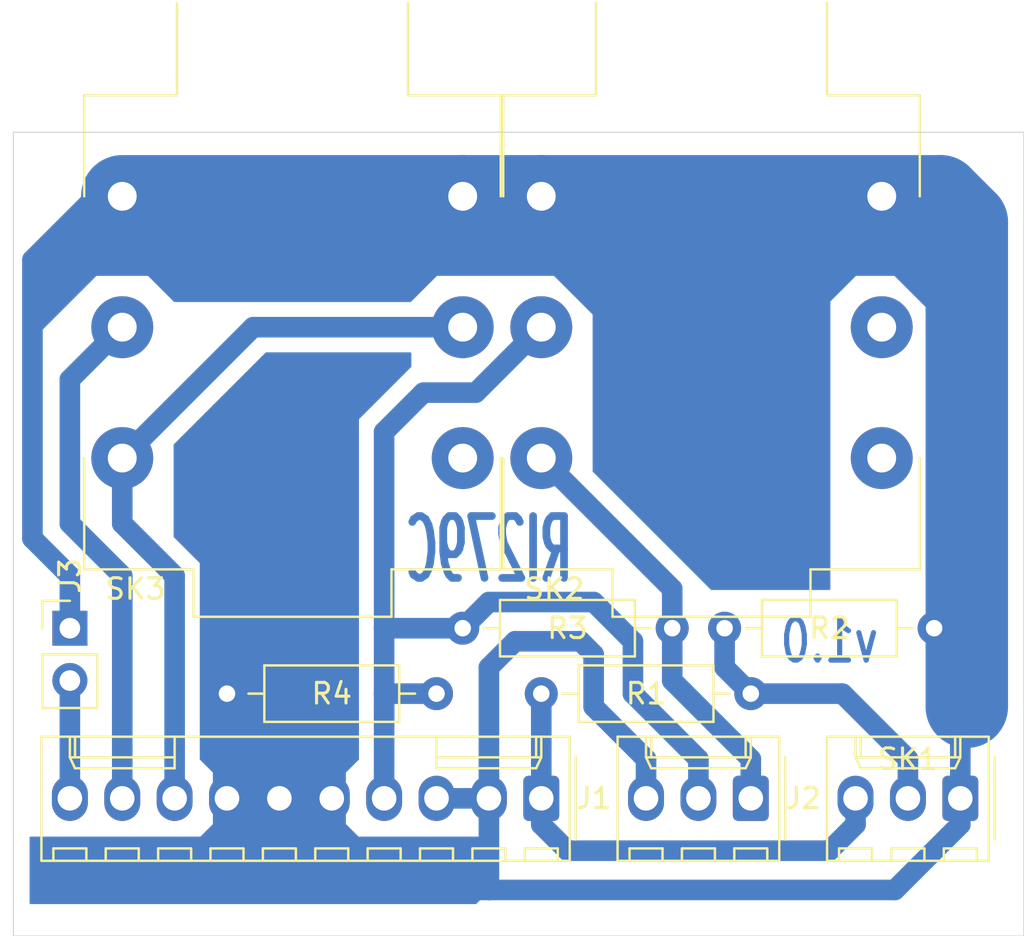
<source format=kicad_pcb>
(kicad_pcb (version 20171130) (host pcbnew 5.1.7-a382d34a8~87~ubuntu16.04.1)

  (general
    (thickness 1.6)
    (drawings 25)
    (tracks 69)
    (zones 0)
    (modules 10)
    (nets 12)
  )

  (page A4)
  (layers
    (0 F.Cu signal)
    (31 B.Cu signal)
    (32 B.Adhes user)
    (33 F.Adhes user)
    (34 B.Paste user)
    (35 F.Paste user)
    (36 B.SilkS user)
    (37 F.SilkS user)
    (38 B.Mask user)
    (39 F.Mask user)
    (40 Dwgs.User user)
    (41 Cmts.User user)
    (42 Eco1.User user)
    (43 Eco2.User user)
    (44 Edge.Cuts user)
    (45 Margin user)
    (46 B.CrtYd user)
    (47 F.CrtYd user)
    (48 B.Fab user)
    (49 F.Fab user)
  )

  (setup
    (last_trace_width 0.25)
    (user_trace_width 1)
    (user_trace_width 4)
    (trace_clearance 0.2)
    (zone_clearance 0.508)
    (zone_45_only no)
    (trace_min 0.2)
    (via_size 0.8)
    (via_drill 0.4)
    (via_min_size 0.4)
    (via_min_drill 0.3)
    (uvia_size 0.3)
    (uvia_drill 0.1)
    (uvias_allowed no)
    (uvia_min_size 0.2)
    (uvia_min_drill 0.1)
    (edge_width 0.05)
    (segment_width 0.2)
    (pcb_text_width 0.3)
    (pcb_text_size 1.5 1.5)
    (mod_edge_width 0.12)
    (mod_text_size 1 1)
    (mod_text_width 0.15)
    (pad_size 1.524 1.524)
    (pad_drill 0.762)
    (pad_to_mask_clearance 0)
    (aux_axis_origin 0 0)
    (visible_elements FFFFFF7F)
    (pcbplotparams
      (layerselection 0x01200_7ffffffe)
      (usegerberextensions false)
      (usegerberattributes true)
      (usegerberadvancedattributes true)
      (creategerberjobfile true)
      (excludeedgelayer false)
      (linewidth 0.100000)
      (plotframeref false)
      (viasonmask false)
      (mode 1)
      (useauxorigin false)
      (hpglpennumber 1)
      (hpglpenspeed 20)
      (hpglpendiameter 15.000000)
      (psnegative false)
      (psa4output false)
      (plotreference false)
      (plotvalue false)
      (plotinvisibletext false)
      (padsonsilk true)
      (subtractmaskfromsilk false)
      (outputformat 3)
      (mirror false)
      (drillshape 1)
      (scaleselection 1)
      (outputdirectory "/home/user0/Projects/TAC/RI279C/"))
  )

  (net 0 "")
  (net 1 "Net-(J1-Pad1)")
  (net 2 "Net-(J1-Pad4)")
  (net 3 "Net-(J1-Pad8)")
  (net 4 "Net-(J1-Pad9)")
  (net 5 "Net-(J1-Pad10)")
  (net 6 GND)
  (net 7 "Net-(R1-Pad1)")
  (net 8 "Net-(SK2-PadRN)")
  (net 9 "Net-(SK2-PadTN)")
  (net 10 "Net-(SK3-PadTN)")
  (net 11 "Net-(J2-Pad1)")

  (net_class Default "This is the default net class."
    (clearance 0.2)
    (trace_width 0.25)
    (via_dia 0.8)
    (via_drill 0.4)
    (uvia_dia 0.3)
    (uvia_drill 0.1)
    (add_net GND)
    (add_net "Net-(J1-Pad1)")
    (add_net "Net-(J1-Pad10)")
    (add_net "Net-(J1-Pad4)")
    (add_net "Net-(J1-Pad8)")
    (add_net "Net-(J1-Pad9)")
    (add_net "Net-(J2-Pad1)")
    (add_net "Net-(R1-Pad1)")
    (add_net "Net-(SK2-PadRN)")
    (add_net "Net-(SK2-PadTN)")
    (add_net "Net-(SK3-PadTN)")
  )

  (module Connector_Molex:Molex_KK-254_AE-6410-03A_1x03_P2.54mm_Vertical (layer F.Cu) (tedit 5EA53D3B) (tstamp 5F971577)
    (at 121.92 147.32 180)
    (descr "Molex KK-254 Interconnect System, old/engineering part number: AE-6410-03A example for new part number: 22-27-2031, 3 Pins (http://www.molex.com/pdm_docs/sd/022272021_sd.pdf), generated with kicad-footprint-generator")
    (tags "connector Molex KK-254 vertical")
    (path /5F913A77)
    (fp_text reference SK1 (at 2.54 1.905) (layer F.SilkS)
      (effects (font (size 1 1) (thickness 0.15)))
    )
    (fp_text value "Buss Out" (at 2.54 4.08) (layer F.Fab)
      (effects (font (size 1 1) (thickness 0.15)))
    )
    (fp_line (start 6.85 -3.42) (end -1.77 -3.42) (layer F.CrtYd) (width 0.05))
    (fp_line (start 6.85 3.38) (end 6.85 -3.42) (layer F.CrtYd) (width 0.05))
    (fp_line (start -1.77 3.38) (end 6.85 3.38) (layer F.CrtYd) (width 0.05))
    (fp_line (start -1.77 -3.42) (end -1.77 3.38) (layer F.CrtYd) (width 0.05))
    (fp_line (start 5.88 -2.43) (end 5.88 -3.03) (layer F.SilkS) (width 0.12))
    (fp_line (start 4.28 -2.43) (end 5.88 -2.43) (layer F.SilkS) (width 0.12))
    (fp_line (start 4.28 -3.03) (end 4.28 -2.43) (layer F.SilkS) (width 0.12))
    (fp_line (start 3.34 -2.43) (end 3.34 -3.03) (layer F.SilkS) (width 0.12))
    (fp_line (start 1.74 -2.43) (end 3.34 -2.43) (layer F.SilkS) (width 0.12))
    (fp_line (start 1.74 -3.03) (end 1.74 -2.43) (layer F.SilkS) (width 0.12))
    (fp_line (start 0.8 -2.43) (end 0.8 -3.03) (layer F.SilkS) (width 0.12))
    (fp_line (start -0.8 -2.43) (end 0.8 -2.43) (layer F.SilkS) (width 0.12))
    (fp_line (start -0.8 -3.03) (end -0.8 -2.43) (layer F.SilkS) (width 0.12))
    (fp_line (start 4.83 2.99) (end 4.83 1.99) (layer F.SilkS) (width 0.12))
    (fp_line (start 0.25 2.99) (end 0.25 1.99) (layer F.SilkS) (width 0.12))
    (fp_line (start 4.83 1.46) (end 5.08 1.99) (layer F.SilkS) (width 0.12))
    (fp_line (start 0.25 1.46) (end 4.83 1.46) (layer F.SilkS) (width 0.12))
    (fp_line (start 0 1.99) (end 0.25 1.46) (layer F.SilkS) (width 0.12))
    (fp_line (start 5.08 1.99) (end 5.08 2.99) (layer F.SilkS) (width 0.12))
    (fp_line (start 0 1.99) (end 5.08 1.99) (layer F.SilkS) (width 0.12))
    (fp_line (start 0 2.99) (end 0 1.99) (layer F.SilkS) (width 0.12))
    (fp_line (start -0.562893 0) (end -1.27 0.5) (layer F.Fab) (width 0.1))
    (fp_line (start -1.27 -0.5) (end -0.562893 0) (layer F.Fab) (width 0.1))
    (fp_line (start -1.67 -2) (end -1.67 2) (layer F.SilkS) (width 0.12))
    (fp_line (start 6.46 -3.03) (end -1.38 -3.03) (layer F.SilkS) (width 0.12))
    (fp_line (start 6.46 2.99) (end 6.46 -3.03) (layer F.SilkS) (width 0.12))
    (fp_line (start -1.38 2.99) (end 6.46 2.99) (layer F.SilkS) (width 0.12))
    (fp_line (start -1.38 -3.03) (end -1.38 2.99) (layer F.SilkS) (width 0.12))
    (fp_line (start 6.35 -2.92) (end -1.27 -2.92) (layer F.Fab) (width 0.1))
    (fp_line (start 6.35 2.88) (end 6.35 -2.92) (layer F.Fab) (width 0.1))
    (fp_line (start -1.27 2.88) (end 6.35 2.88) (layer F.Fab) (width 0.1))
    (fp_line (start -1.27 -2.92) (end -1.27 2.88) (layer F.Fab) (width 0.1))
    (fp_text user %R (at 2.54 -2.22) (layer F.Fab)
      (effects (font (size 1 1) (thickness 0.15)))
    )
    (pad 3 thru_hole oval (at 5.08 0 180) (size 1.74 2.19) (drill 1.19) (layers *.Cu *.Mask)
      (net 1 "Net-(J1-Pad1)"))
    (pad 2 thru_hole oval (at 2.54 0 180) (size 1.74 2.19) (drill 1.19) (layers *.Cu *.Mask)
      (net 7 "Net-(R1-Pad1)"))
    (pad 1 thru_hole roundrect (at 0 0 180) (size 1.74 2.19) (drill 1.19) (layers *.Cu *.Mask) (roundrect_rratio 0.1436775862068966)
      (net 6 GND))
    (model ${KISYS3DMOD}/Connector_Molex.3dshapes/Molex_KK-254_AE-6410-03A_1x03_P2.54mm_Vertical.wrl
      (at (xyz 0 0 0))
      (scale (xyz 1 1 1))
      (rotate (xyz 0 0 0))
    )
  )

  (module Resistor_THT:R_Axial_DIN0207_L6.3mm_D2.5mm_P10.16mm_Horizontal (layer F.Cu) (tedit 5AE5139B) (tstamp 5F971509)
    (at 120.65 139.065 180)
    (descr "Resistor, Axial_DIN0207 series, Axial, Horizontal, pin pitch=10.16mm, 0.25W = 1/4W, length*diameter=6.3*2.5mm^2, http://cdn-reichelt.de/documents/datenblatt/B400/1_4W%23YAG.pdf")
    (tags "Resistor Axial_DIN0207 series Axial Horizontal pin pitch 10.16mm 0.25W = 1/4W length 6.3mm diameter 2.5mm")
    (path /5F932C94)
    (fp_text reference R2 (at 5.08 0) (layer F.SilkS)
      (effects (font (size 1 1) (thickness 0.15)))
    )
    (fp_text value 1k (at 5.08 2.37) (layer F.Fab)
      (effects (font (size 1 1) (thickness 0.15)))
    )
    (fp_line (start 11.21 -1.5) (end -1.05 -1.5) (layer F.CrtYd) (width 0.05))
    (fp_line (start 11.21 1.5) (end 11.21 -1.5) (layer F.CrtYd) (width 0.05))
    (fp_line (start -1.05 1.5) (end 11.21 1.5) (layer F.CrtYd) (width 0.05))
    (fp_line (start -1.05 -1.5) (end -1.05 1.5) (layer F.CrtYd) (width 0.05))
    (fp_line (start 9.12 0) (end 8.35 0) (layer F.SilkS) (width 0.12))
    (fp_line (start 1.04 0) (end 1.81 0) (layer F.SilkS) (width 0.12))
    (fp_line (start 8.35 -1.37) (end 1.81 -1.37) (layer F.SilkS) (width 0.12))
    (fp_line (start 8.35 1.37) (end 8.35 -1.37) (layer F.SilkS) (width 0.12))
    (fp_line (start 1.81 1.37) (end 8.35 1.37) (layer F.SilkS) (width 0.12))
    (fp_line (start 1.81 -1.37) (end 1.81 1.37) (layer F.SilkS) (width 0.12))
    (fp_line (start 10.16 0) (end 8.23 0) (layer F.Fab) (width 0.1))
    (fp_line (start 0 0) (end 1.93 0) (layer F.Fab) (width 0.1))
    (fp_line (start 8.23 -1.25) (end 1.93 -1.25) (layer F.Fab) (width 0.1))
    (fp_line (start 8.23 1.25) (end 8.23 -1.25) (layer F.Fab) (width 0.1))
    (fp_line (start 1.93 1.25) (end 8.23 1.25) (layer F.Fab) (width 0.1))
    (fp_line (start 1.93 -1.25) (end 1.93 1.25) (layer F.Fab) (width 0.1))
    (fp_text user %R (at 5.08 0) (layer F.Fab)
      (effects (font (size 1 1) (thickness 0.15)))
    )
    (pad 2 thru_hole oval (at 10.16 0 180) (size 1.6 1.6) (drill 0.8) (layers *.Cu *.Mask)
      (net 7 "Net-(R1-Pad1)"))
    (pad 1 thru_hole circle (at 0 0 180) (size 1.6 1.6) (drill 0.8) (layers *.Cu *.Mask)
      (net 6 GND))
    (model ${KISYS3DMOD}/Resistor_THT.3dshapes/R_Axial_DIN0207_L6.3mm_D2.5mm_P10.16mm_Horizontal.wrl
      (at (xyz 0 0 0))
      (scale (xyz 1 1 1))
      (rotate (xyz 0 0 0))
    )
  )

  (module Resistor_THT:R_Axial_DIN0207_L6.3mm_D2.5mm_P10.16mm_Horizontal (layer F.Cu) (tedit 5AE5139B) (tstamp 5F9714AF)
    (at 97.79 139.065)
    (descr "Resistor, Axial_DIN0207 series, Axial, Horizontal, pin pitch=10.16mm, 0.25W = 1/4W, length*diameter=6.3*2.5mm^2, http://cdn-reichelt.de/documents/datenblatt/B400/1_4W%23YAG.pdf")
    (tags "Resistor Axial_DIN0207 series Axial Horizontal pin pitch 10.16mm 0.25W = 1/4W length 6.3mm diameter 2.5mm")
    (path /5F9332A3)
    (fp_text reference R3 (at 5.08 0) (layer F.SilkS)
      (effects (font (size 1 1) (thickness 0.15)))
    )
    (fp_text value 62k (at 5.08 2.37) (layer F.Fab)
      (effects (font (size 1 1) (thickness 0.15)))
    )
    (fp_line (start 1.93 -1.25) (end 1.93 1.25) (layer F.Fab) (width 0.1))
    (fp_line (start 1.93 1.25) (end 8.23 1.25) (layer F.Fab) (width 0.1))
    (fp_line (start 8.23 1.25) (end 8.23 -1.25) (layer F.Fab) (width 0.1))
    (fp_line (start 8.23 -1.25) (end 1.93 -1.25) (layer F.Fab) (width 0.1))
    (fp_line (start 0 0) (end 1.93 0) (layer F.Fab) (width 0.1))
    (fp_line (start 10.16 0) (end 8.23 0) (layer F.Fab) (width 0.1))
    (fp_line (start 1.81 -1.37) (end 1.81 1.37) (layer F.SilkS) (width 0.12))
    (fp_line (start 1.81 1.37) (end 8.35 1.37) (layer F.SilkS) (width 0.12))
    (fp_line (start 8.35 1.37) (end 8.35 -1.37) (layer F.SilkS) (width 0.12))
    (fp_line (start 8.35 -1.37) (end 1.81 -1.37) (layer F.SilkS) (width 0.12))
    (fp_line (start 1.04 0) (end 1.81 0) (layer F.SilkS) (width 0.12))
    (fp_line (start 9.12 0) (end 8.35 0) (layer F.SilkS) (width 0.12))
    (fp_line (start -1.05 -1.5) (end -1.05 1.5) (layer F.CrtYd) (width 0.05))
    (fp_line (start -1.05 1.5) (end 11.21 1.5) (layer F.CrtYd) (width 0.05))
    (fp_line (start 11.21 1.5) (end 11.21 -1.5) (layer F.CrtYd) (width 0.05))
    (fp_line (start 11.21 -1.5) (end -1.05 -1.5) (layer F.CrtYd) (width 0.05))
    (fp_text user %R (at 5.08 0) (layer F.Fab)
      (effects (font (size 1 1) (thickness 0.15)))
    )
    (pad 1 thru_hole circle (at 0 0) (size 1.6 1.6) (drill 0.8) (layers *.Cu *.Mask)
      (net 2 "Net-(J1-Pad4)"))
    (pad 2 thru_hole oval (at 10.16 0) (size 1.6 1.6) (drill 0.8) (layers *.Cu *.Mask)
      (net 11 "Net-(J2-Pad1)"))
    (model ${KISYS3DMOD}/Resistor_THT.3dshapes/R_Axial_DIN0207_L6.3mm_D2.5mm_P10.16mm_Horizontal.wrl
      (at (xyz 0 0 0))
      (scale (xyz 1 1 1))
      (rotate (xyz 0 0 0))
    )
  )

  (module Connector_Molex:Molex_KK-254_AE-6410-03A_1x03_P2.54mm_Vertical (layer F.Cu) (tedit 5EA53D3B) (tstamp 5F971409)
    (at 111.76 147.32 180)
    (descr "Molex KK-254 Interconnect System, old/engineering part number: AE-6410-03A example for new part number: 22-27-2031, 3 Pins (http://www.molex.com/pdm_docs/sd/022272021_sd.pdf), generated with kicad-footprint-generator")
    (tags "connector Molex KK-254 vertical")
    (path /5F912E93)
    (fp_text reference J2 (at -2.54 0) (layer F.SilkS)
      (effects (font (size 1 1) (thickness 0.15)))
    )
    (fp_text value Multiway (at 2.54 4.08) (layer F.Fab)
      (effects (font (size 1 1) (thickness 0.15)))
    )
    (fp_line (start -1.27 -2.92) (end -1.27 2.88) (layer F.Fab) (width 0.1))
    (fp_line (start -1.27 2.88) (end 6.35 2.88) (layer F.Fab) (width 0.1))
    (fp_line (start 6.35 2.88) (end 6.35 -2.92) (layer F.Fab) (width 0.1))
    (fp_line (start 6.35 -2.92) (end -1.27 -2.92) (layer F.Fab) (width 0.1))
    (fp_line (start -1.38 -3.03) (end -1.38 2.99) (layer F.SilkS) (width 0.12))
    (fp_line (start -1.38 2.99) (end 6.46 2.99) (layer F.SilkS) (width 0.12))
    (fp_line (start 6.46 2.99) (end 6.46 -3.03) (layer F.SilkS) (width 0.12))
    (fp_line (start 6.46 -3.03) (end -1.38 -3.03) (layer F.SilkS) (width 0.12))
    (fp_line (start -1.67 -2) (end -1.67 2) (layer F.SilkS) (width 0.12))
    (fp_line (start -1.27 -0.5) (end -0.562893 0) (layer F.Fab) (width 0.1))
    (fp_line (start -0.562893 0) (end -1.27 0.5) (layer F.Fab) (width 0.1))
    (fp_line (start 0 2.99) (end 0 1.99) (layer F.SilkS) (width 0.12))
    (fp_line (start 0 1.99) (end 5.08 1.99) (layer F.SilkS) (width 0.12))
    (fp_line (start 5.08 1.99) (end 5.08 2.99) (layer F.SilkS) (width 0.12))
    (fp_line (start 0 1.99) (end 0.25 1.46) (layer F.SilkS) (width 0.12))
    (fp_line (start 0.25 1.46) (end 4.83 1.46) (layer F.SilkS) (width 0.12))
    (fp_line (start 4.83 1.46) (end 5.08 1.99) (layer F.SilkS) (width 0.12))
    (fp_line (start 0.25 2.99) (end 0.25 1.99) (layer F.SilkS) (width 0.12))
    (fp_line (start 4.83 2.99) (end 4.83 1.99) (layer F.SilkS) (width 0.12))
    (fp_line (start -0.8 -3.03) (end -0.8 -2.43) (layer F.SilkS) (width 0.12))
    (fp_line (start -0.8 -2.43) (end 0.8 -2.43) (layer F.SilkS) (width 0.12))
    (fp_line (start 0.8 -2.43) (end 0.8 -3.03) (layer F.SilkS) (width 0.12))
    (fp_line (start 1.74 -3.03) (end 1.74 -2.43) (layer F.SilkS) (width 0.12))
    (fp_line (start 1.74 -2.43) (end 3.34 -2.43) (layer F.SilkS) (width 0.12))
    (fp_line (start 3.34 -2.43) (end 3.34 -3.03) (layer F.SilkS) (width 0.12))
    (fp_line (start 4.28 -3.03) (end 4.28 -2.43) (layer F.SilkS) (width 0.12))
    (fp_line (start 4.28 -2.43) (end 5.88 -2.43) (layer F.SilkS) (width 0.12))
    (fp_line (start 5.88 -2.43) (end 5.88 -3.03) (layer F.SilkS) (width 0.12))
    (fp_line (start -1.77 -3.42) (end -1.77 3.38) (layer F.CrtYd) (width 0.05))
    (fp_line (start -1.77 3.38) (end 6.85 3.38) (layer F.CrtYd) (width 0.05))
    (fp_line (start 6.85 3.38) (end 6.85 -3.42) (layer F.CrtYd) (width 0.05))
    (fp_line (start 6.85 -3.42) (end -1.77 -3.42) (layer F.CrtYd) (width 0.05))
    (fp_text user %R (at 2.54 -2.22) (layer F.Fab)
      (effects (font (size 1 1) (thickness 0.15)))
    )
    (pad 1 thru_hole roundrect (at 0 0 180) (size 1.74 2.19) (drill 1.19) (layers *.Cu *.Mask) (roundrect_rratio 0.1436775862068966)
      (net 11 "Net-(J2-Pad1)"))
    (pad 2 thru_hole oval (at 2.54 0 180) (size 1.74 2.19) (drill 1.19) (layers *.Cu *.Mask)
      (net 2 "Net-(J1-Pad4)"))
    (pad 3 thru_hole oval (at 5.08 0 180) (size 1.74 2.19) (drill 1.19) (layers *.Cu *.Mask)
      (net 6 GND))
    (model ${KISYS3DMOD}/Connector_Molex.3dshapes/Molex_KK-254_AE-6410-03A_1x03_P2.54mm_Vertical.wrl
      (at (xyz 0 0 0))
      (scale (xyz 1 1 1))
      (rotate (xyz 0 0 0))
    )
  )

  (module Connector_PinHeader_2.54mm:PinHeader_1x02_P2.54mm_Vertical (layer F.Cu) (tedit 59FED5CC) (tstamp 5F9713B5)
    (at 78.74 139.065)
    (descr "Through hole straight pin header, 1x02, 2.54mm pitch, single row")
    (tags "Through hole pin header THT 1x02 2.54mm single row")
    (path /5F91560D)
    (fp_text reference J3 (at 0 -2.54 90) (layer F.SilkS)
      (effects (font (size 1 1) (thickness 0.15)))
    )
    (fp_text value Meter (at -2.54 1.27 90) (layer F.Fab)
      (effects (font (size 1 1) (thickness 0.15)))
    )
    (fp_line (start -0.635 -1.27) (end 1.27 -1.27) (layer F.Fab) (width 0.1))
    (fp_line (start 1.27 -1.27) (end 1.27 3.81) (layer F.Fab) (width 0.1))
    (fp_line (start 1.27 3.81) (end -1.27 3.81) (layer F.Fab) (width 0.1))
    (fp_line (start -1.27 3.81) (end -1.27 -0.635) (layer F.Fab) (width 0.1))
    (fp_line (start -1.27 -0.635) (end -0.635 -1.27) (layer F.Fab) (width 0.1))
    (fp_line (start -1.33 3.87) (end 1.33 3.87) (layer F.SilkS) (width 0.12))
    (fp_line (start -1.33 1.27) (end -1.33 3.87) (layer F.SilkS) (width 0.12))
    (fp_line (start 1.33 1.27) (end 1.33 3.87) (layer F.SilkS) (width 0.12))
    (fp_line (start -1.33 1.27) (end 1.33 1.27) (layer F.SilkS) (width 0.12))
    (fp_line (start -1.33 0) (end -1.33 -1.33) (layer F.SilkS) (width 0.12))
    (fp_line (start -1.33 -1.33) (end 0 -1.33) (layer F.SilkS) (width 0.12))
    (fp_line (start -1.8 -1.8) (end -1.8 4.35) (layer F.CrtYd) (width 0.05))
    (fp_line (start -1.8 4.35) (end 1.8 4.35) (layer F.CrtYd) (width 0.05))
    (fp_line (start 1.8 4.35) (end 1.8 -1.8) (layer F.CrtYd) (width 0.05))
    (fp_line (start 1.8 -1.8) (end -1.8 -1.8) (layer F.CrtYd) (width 0.05))
    (fp_text user %R (at 0 1.27 90) (layer F.Fab)
      (effects (font (size 1 1) (thickness 0.15)))
    )
    (pad 1 thru_hole rect (at 0 0) (size 1.7 1.7) (drill 1) (layers *.Cu *.Mask)
      (net 6 GND))
    (pad 2 thru_hole oval (at 0 2.54) (size 1.7 1.7) (drill 1) (layers *.Cu *.Mask)
      (net 5 "Net-(J1-Pad10)"))
    (model ${KISYS3DMOD}/Connector_PinHeader_2.54mm.3dshapes/PinHeader_1x02_P2.54mm_Vertical.wrl
      (at (xyz 0 0 0))
      (scale (xyz 1 1 1))
      (rotate (xyz 0 0 0))
    )
  )

  (module Connector_Molex:Molex_KK-254_AE-6410-10A_1x10_P2.54mm_Vertical (layer F.Cu) (tedit 5EA53D3B) (tstamp 5F97130E)
    (at 101.6 147.32 180)
    (descr "Molex KK-254 Interconnect System, old/engineering part number: AE-6410-10A example for new part number: 22-27-2101, 10 Pins (http://www.molex.com/pdm_docs/sd/022272021_sd.pdf), generated with kicad-footprint-generator")
    (tags "connector Molex KK-254 vertical")
    (path /5F90E07B)
    (fp_text reference J1 (at -2.54 0) (layer F.SilkS)
      (effects (font (size 1 1) (thickness 0.15)))
    )
    (fp_text value "Ribbon Cable" (at 11.43 4.08) (layer F.Fab)
      (effects (font (size 1 1) (thickness 0.15)))
    )
    (fp_line (start -1.27 -2.92) (end -1.27 2.88) (layer F.Fab) (width 0.1))
    (fp_line (start -1.27 2.88) (end 24.13 2.88) (layer F.Fab) (width 0.1))
    (fp_line (start 24.13 2.88) (end 24.13 -2.92) (layer F.Fab) (width 0.1))
    (fp_line (start 24.13 -2.92) (end -1.27 -2.92) (layer F.Fab) (width 0.1))
    (fp_line (start -1.38 -3.03) (end -1.38 2.99) (layer F.SilkS) (width 0.12))
    (fp_line (start -1.38 2.99) (end 24.24 2.99) (layer F.SilkS) (width 0.12))
    (fp_line (start 24.24 2.99) (end 24.24 -3.03) (layer F.SilkS) (width 0.12))
    (fp_line (start 24.24 -3.03) (end -1.38 -3.03) (layer F.SilkS) (width 0.12))
    (fp_line (start -1.67 -2) (end -1.67 2) (layer F.SilkS) (width 0.12))
    (fp_line (start -1.27 -0.5) (end -0.562893 0) (layer F.Fab) (width 0.1))
    (fp_line (start -0.562893 0) (end -1.27 0.5) (layer F.Fab) (width 0.1))
    (fp_line (start 0 2.99) (end 0 1.99) (layer F.SilkS) (width 0.12))
    (fp_line (start 0 1.99) (end 5.08 1.99) (layer F.SilkS) (width 0.12))
    (fp_line (start 5.08 1.99) (end 5.08 2.99) (layer F.SilkS) (width 0.12))
    (fp_line (start 0 1.99) (end 0.25 1.46) (layer F.SilkS) (width 0.12))
    (fp_line (start 0.25 1.46) (end 5.08 1.46) (layer F.SilkS) (width 0.12))
    (fp_line (start 5.08 1.46) (end 5.08 1.99) (layer F.SilkS) (width 0.12))
    (fp_line (start 0.25 2.99) (end 0.25 1.99) (layer F.SilkS) (width 0.12))
    (fp_line (start 22.86 2.99) (end 22.86 1.99) (layer F.SilkS) (width 0.12))
    (fp_line (start 22.86 1.99) (end 17.78 1.99) (layer F.SilkS) (width 0.12))
    (fp_line (start 17.78 1.99) (end 17.78 2.99) (layer F.SilkS) (width 0.12))
    (fp_line (start 22.86 1.99) (end 22.61 1.46) (layer F.SilkS) (width 0.12))
    (fp_line (start 22.61 1.46) (end 17.78 1.46) (layer F.SilkS) (width 0.12))
    (fp_line (start 17.78 1.46) (end 17.78 1.99) (layer F.SilkS) (width 0.12))
    (fp_line (start 22.61 2.99) (end 22.61 1.99) (layer F.SilkS) (width 0.12))
    (fp_line (start -0.8 -3.03) (end -0.8 -2.43) (layer F.SilkS) (width 0.12))
    (fp_line (start -0.8 -2.43) (end 0.8 -2.43) (layer F.SilkS) (width 0.12))
    (fp_line (start 0.8 -2.43) (end 0.8 -3.03) (layer F.SilkS) (width 0.12))
    (fp_line (start 1.74 -3.03) (end 1.74 -2.43) (layer F.SilkS) (width 0.12))
    (fp_line (start 1.74 -2.43) (end 3.34 -2.43) (layer F.SilkS) (width 0.12))
    (fp_line (start 3.34 -2.43) (end 3.34 -3.03) (layer F.SilkS) (width 0.12))
    (fp_line (start 4.28 -3.03) (end 4.28 -2.43) (layer F.SilkS) (width 0.12))
    (fp_line (start 4.28 -2.43) (end 5.88 -2.43) (layer F.SilkS) (width 0.12))
    (fp_line (start 5.88 -2.43) (end 5.88 -3.03) (layer F.SilkS) (width 0.12))
    (fp_line (start 6.82 -3.03) (end 6.82 -2.43) (layer F.SilkS) (width 0.12))
    (fp_line (start 6.82 -2.43) (end 8.42 -2.43) (layer F.SilkS) (width 0.12))
    (fp_line (start 8.42 -2.43) (end 8.42 -3.03) (layer F.SilkS) (width 0.12))
    (fp_line (start 9.36 -3.03) (end 9.36 -2.43) (layer F.SilkS) (width 0.12))
    (fp_line (start 9.36 -2.43) (end 10.96 -2.43) (layer F.SilkS) (width 0.12))
    (fp_line (start 10.96 -2.43) (end 10.96 -3.03) (layer F.SilkS) (width 0.12))
    (fp_line (start 11.9 -3.03) (end 11.9 -2.43) (layer F.SilkS) (width 0.12))
    (fp_line (start 11.9 -2.43) (end 13.5 -2.43) (layer F.SilkS) (width 0.12))
    (fp_line (start 13.5 -2.43) (end 13.5 -3.03) (layer F.SilkS) (width 0.12))
    (fp_line (start 14.44 -3.03) (end 14.44 -2.43) (layer F.SilkS) (width 0.12))
    (fp_line (start 14.44 -2.43) (end 16.04 -2.43) (layer F.SilkS) (width 0.12))
    (fp_line (start 16.04 -2.43) (end 16.04 -3.03) (layer F.SilkS) (width 0.12))
    (fp_line (start 16.98 -3.03) (end 16.98 -2.43) (layer F.SilkS) (width 0.12))
    (fp_line (start 16.98 -2.43) (end 18.58 -2.43) (layer F.SilkS) (width 0.12))
    (fp_line (start 18.58 -2.43) (end 18.58 -3.03) (layer F.SilkS) (width 0.12))
    (fp_line (start 19.52 -3.03) (end 19.52 -2.43) (layer F.SilkS) (width 0.12))
    (fp_line (start 19.52 -2.43) (end 21.12 -2.43) (layer F.SilkS) (width 0.12))
    (fp_line (start 21.12 -2.43) (end 21.12 -3.03) (layer F.SilkS) (width 0.12))
    (fp_line (start 22.06 -3.03) (end 22.06 -2.43) (layer F.SilkS) (width 0.12))
    (fp_line (start 22.06 -2.43) (end 23.66 -2.43) (layer F.SilkS) (width 0.12))
    (fp_line (start 23.66 -2.43) (end 23.66 -3.03) (layer F.SilkS) (width 0.12))
    (fp_line (start -1.77 -3.42) (end -1.77 3.38) (layer F.CrtYd) (width 0.05))
    (fp_line (start -1.77 3.38) (end 24.63 3.38) (layer F.CrtYd) (width 0.05))
    (fp_line (start 24.63 3.38) (end 24.63 -3.42) (layer F.CrtYd) (width 0.05))
    (fp_line (start 24.63 -3.42) (end -1.77 -3.42) (layer F.CrtYd) (width 0.05))
    (fp_text user %R (at 11.43 -2.22) (layer F.Fab)
      (effects (font (size 1 1) (thickness 0.15)))
    )
    (pad 1 thru_hole roundrect (at 0 0 180) (size 1.74 2.19) (drill 1.19) (layers *.Cu *.Mask) (roundrect_rratio 0.1436775862068966)
      (net 1 "Net-(J1-Pad1)"))
    (pad 2 thru_hole oval (at 2.54 0 180) (size 1.74 2.19) (drill 1.19) (layers *.Cu *.Mask)
      (net 6 GND))
    (pad 3 thru_hole oval (at 5.08 0 180) (size 1.74 2.19) (drill 1.19) (layers *.Cu *.Mask)
      (net 6 GND))
    (pad 4 thru_hole oval (at 7.62 0 180) (size 1.74 2.19) (drill 1.19) (layers *.Cu *.Mask)
      (net 2 "Net-(J1-Pad4)"))
    (pad 5 thru_hole oval (at 10.16 0 180) (size 1.74 2.19) (drill 1.19) (layers *.Cu *.Mask)
      (net 6 GND))
    (pad 6 thru_hole oval (at 12.7 0 180) (size 1.74 2.19) (drill 1.19) (layers *.Cu *.Mask)
      (net 6 GND))
    (pad 7 thru_hole oval (at 15.24 0 180) (size 1.74 2.19) (drill 1.19) (layers *.Cu *.Mask)
      (net 6 GND))
    (pad 8 thru_hole oval (at 17.78 0 180) (size 1.74 2.19) (drill 1.19) (layers *.Cu *.Mask)
      (net 3 "Net-(J1-Pad8)"))
    (pad 9 thru_hole oval (at 20.32 0 180) (size 1.74 2.19) (drill 1.19) (layers *.Cu *.Mask)
      (net 4 "Net-(J1-Pad9)"))
    (pad 10 thru_hole oval (at 22.86 0 180) (size 1.74 2.19) (drill 1.19) (layers *.Cu *.Mask)
      (net 5 "Net-(J1-Pad10)"))
    (model ${KISYS3DMOD}/Connector_Molex.3dshapes/Molex_KK-254_AE-6410-10A_1x10_P2.54mm_Vertical.wrl
      (at (xyz 0 0 0))
      (scale (xyz 1 1 1))
      (rotate (xyz 0 0 0))
    )
  )

  (module Resistor_THT:R_Axial_DIN0207_L6.3mm_D2.5mm_P10.16mm_Horizontal (layer F.Cu) (tedit 5AE5139B) (tstamp 5F971260)
    (at 96.52 142.24 180)
    (descr "Resistor, Axial_DIN0207 series, Axial, Horizontal, pin pitch=10.16mm, 0.25W = 1/4W, length*diameter=6.3*2.5mm^2, http://cdn-reichelt.de/documents/datenblatt/B400/1_4W%23YAG.pdf")
    (tags "Resistor Axial_DIN0207 series Axial Horizontal pin pitch 10.16mm 0.25W = 1/4W length 6.3mm diameter 2.5mm")
    (path /5F9337A0)
    (fp_text reference R4 (at 5.08 0) (layer F.SilkS)
      (effects (font (size 1 1) (thickness 0.15)))
    )
    (fp_text value 22k (at 5.08 2.37) (layer F.Fab)
      (effects (font (size 1 1) (thickness 0.15)))
    )
    (fp_line (start 11.21 -1.5) (end -1.05 -1.5) (layer F.CrtYd) (width 0.05))
    (fp_line (start 11.21 1.5) (end 11.21 -1.5) (layer F.CrtYd) (width 0.05))
    (fp_line (start -1.05 1.5) (end 11.21 1.5) (layer F.CrtYd) (width 0.05))
    (fp_line (start -1.05 -1.5) (end -1.05 1.5) (layer F.CrtYd) (width 0.05))
    (fp_line (start 9.12 0) (end 8.35 0) (layer F.SilkS) (width 0.12))
    (fp_line (start 1.04 0) (end 1.81 0) (layer F.SilkS) (width 0.12))
    (fp_line (start 8.35 -1.37) (end 1.81 -1.37) (layer F.SilkS) (width 0.12))
    (fp_line (start 8.35 1.37) (end 8.35 -1.37) (layer F.SilkS) (width 0.12))
    (fp_line (start 1.81 1.37) (end 8.35 1.37) (layer F.SilkS) (width 0.12))
    (fp_line (start 1.81 -1.37) (end 1.81 1.37) (layer F.SilkS) (width 0.12))
    (fp_line (start 10.16 0) (end 8.23 0) (layer F.Fab) (width 0.1))
    (fp_line (start 0 0) (end 1.93 0) (layer F.Fab) (width 0.1))
    (fp_line (start 8.23 -1.25) (end 1.93 -1.25) (layer F.Fab) (width 0.1))
    (fp_line (start 8.23 1.25) (end 8.23 -1.25) (layer F.Fab) (width 0.1))
    (fp_line (start 1.93 1.25) (end 8.23 1.25) (layer F.Fab) (width 0.1))
    (fp_line (start 1.93 -1.25) (end 1.93 1.25) (layer F.Fab) (width 0.1))
    (fp_text user %R (at 5.08 0) (layer F.Fab)
      (effects (font (size 1 1) (thickness 0.15)))
    )
    (pad 2 thru_hole oval (at 10.16 0 180) (size 1.6 1.6) (drill 0.8) (layers *.Cu *.Mask)
      (net 6 GND))
    (pad 1 thru_hole circle (at 0 0 180) (size 1.6 1.6) (drill 0.8) (layers *.Cu *.Mask)
      (net 2 "Net-(J1-Pad4)"))
    (model ${KISYS3DMOD}/Resistor_THT.3dshapes/R_Axial_DIN0207_L6.3mm_D2.5mm_P10.16mm_Horizontal.wrl
      (at (xyz 0 0 0))
      (scale (xyz 1 1 1))
      (rotate (xyz 0 0 0))
    )
  )

  (module Cliff:CL13345 (layer F.Cu) (tedit 5F96A063) (tstamp 5F971200)
    (at 89.535 118.11 90)
    (path /5F923ED6)
    (fp_text reference SK3 (at -19.05 -7.62 180) (layer F.SilkS)
      (effects (font (size 1 1) (thickness 0.15)))
    )
    (fp_text value Insert (at -6.35 -1.27 270) (layer F.Fab)
      (effects (font (size 1 1) (thickness 0.15)))
    )
    (fp_line (start -20.5 10.1) (end -20.5 -10.1) (layer F.CrtYd) (width 0.05))
    (fp_line (start 9.5 10.1) (end -20.5 10.1) (layer F.CrtYd) (width 0.05))
    (fp_line (start 9.5 -10.1) (end 9.5 10.1) (layer F.CrtYd) (width 0.05))
    (fp_line (start -20.5 -10.1) (end 9.5 -10.1) (layer F.CrtYd) (width 0.05))
    (fp_line (start 4.8 -10) (end 4.8 10) (layer F.Fab) (width 0.12))
    (fp_line (start 4.8 -10) (end -18 -10) (layer F.Fab) (width 0.12))
    (fp_line (start -18 -10) (end -18 10) (layer F.Fab) (width 0.12))
    (fp_line (start -18 10) (end 4.8 10) (layer F.Fab) (width 0.12))
    (fp_line (start -20.3 4.7) (end -20.3 -4.7) (layer F.Fab) (width 0.12))
    (fp_line (start -20.3 -4.7) (end -18 -4.7) (layer F.Fab) (width 0.12))
    (fp_line (start -20.3 4.7) (end -18 4.7) (layer F.Fab) (width 0.12))
    (fp_line (start 9.4 5.5) (end 9.4 -5.5) (layer F.Fab) (width 0.12))
    (fp_line (start 9.4 -5.5) (end 4.8 -5.5) (layer F.Fab) (width 0.12))
    (fp_line (start 9.4 5.5) (end 4.8 5.5) (layer F.Fab) (width 0.12))
    (fp_line (start 9.4 -5.6) (end 4.9 -5.6) (layer F.SilkS) (width 0.12))
    (fp_line (start 4.9 -5.6) (end 4.9 -10.1) (layer F.SilkS) (width 0.12))
    (fp_line (start 4.9 -10.1) (end 0 -10.1) (layer F.SilkS) (width 0.12))
    (fp_line (start 9.4 5.6) (end 4.9 5.6) (layer F.SilkS) (width 0.12))
    (fp_line (start 4.9 5.6) (end 4.9 10.1) (layer F.SilkS) (width 0.12))
    (fp_line (start 4.9 10.1) (end 0 10.1) (layer F.SilkS) (width 0.12))
    (fp_line (start -12.7 -10.1) (end -18.1 -10.1) (layer F.SilkS) (width 0.12))
    (fp_line (start -18.1 -10.1) (end -18.1 -4.8) (layer F.SilkS) (width 0.12))
    (fp_line (start -18.1 -4.8) (end -20.4 -4.8) (layer F.SilkS) (width 0.12))
    (fp_line (start -20.4 -4.8) (end -20.4 4.8) (layer F.SilkS) (width 0.12))
    (fp_line (start -20.4 4.8) (end -18.1 4.8) (layer F.SilkS) (width 0.12))
    (fp_line (start -18.1 4.8) (end -18.1 10.1) (layer F.SilkS) (width 0.12))
    (fp_line (start -18.1 10.1) (end -12.7 10.1) (layer F.SilkS) (width 0.12))
    (fp_text user Jack_6.35mm_Cliff_CL13345 (at -6.35 1.27 90) (layer F.Fab)
      (effects (font (size 1 1) (thickness 0.15)))
    )
    (pad S thru_hole circle (at 0 -8.255 180) (size 3 3) (drill 1.4) (layers *.Cu *.Mask)
      (net 6 GND))
    (pad T thru_hole circle (at -12.7 -8.255 180) (size 3 3) (drill 1.4) (layers *.Cu *.Mask)
      (net 3 "Net-(J1-Pad8)"))
    (pad R thru_hole circle (at -6.35 -8.255 180) (size 3 3) (drill 1.4) (layers *.Cu *.Mask)
      (net 4 "Net-(J1-Pad9)"))
    (pad SN thru_hole circle (at 0 8.255 180) (size 3 3) (drill 1.4) (layers *.Cu *.Mask)
      (net 6 GND))
    (pad RN thru_hole circle (at -6.35 8.255 180) (size 3 3) (drill 1.4) (layers *.Cu *.Mask)
      (net 3 "Net-(J1-Pad8)"))
    (pad TN thru_hole circle (at -12.7 8.255 180) (size 3 3) (drill 1.4) (layers *.Cu *.Mask)
      (net 10 "Net-(SK3-PadTN)"))
    (model ${KIPRJMOD}/CL13345.step
      (offset (xyz -18 -10 0))
      (scale (xyz 1 1 1))
      (rotate (xyz 0 0 -90))
    )
  )

  (module Resistor_THT:R_Axial_DIN0207_L6.3mm_D2.5mm_P10.16mm_Horizontal (layer F.Cu) (tedit 5AE5139B) (tstamp 5F97118B)
    (at 111.76 142.24 180)
    (descr "Resistor, Axial_DIN0207 series, Axial, Horizontal, pin pitch=10.16mm, 0.25W = 1/4W, length*diameter=6.3*2.5mm^2, http://cdn-reichelt.de/documents/datenblatt/B400/1_4W%23YAG.pdf")
    (tags "Resistor Axial_DIN0207 series Axial Horizontal pin pitch 10.16mm 0.25W = 1/4W length 6.3mm diameter 2.5mm")
    (path /5F9318E0)
    (fp_text reference R1 (at 5.08 0) (layer F.SilkS)
      (effects (font (size 1 1) (thickness 0.15)))
    )
    (fp_text value 3k (at 5.08 2.37) (layer F.Fab)
      (effects (font (size 1 1) (thickness 0.15)))
    )
    (fp_line (start 1.93 -1.25) (end 1.93 1.25) (layer F.Fab) (width 0.1))
    (fp_line (start 1.93 1.25) (end 8.23 1.25) (layer F.Fab) (width 0.1))
    (fp_line (start 8.23 1.25) (end 8.23 -1.25) (layer F.Fab) (width 0.1))
    (fp_line (start 8.23 -1.25) (end 1.93 -1.25) (layer F.Fab) (width 0.1))
    (fp_line (start 0 0) (end 1.93 0) (layer F.Fab) (width 0.1))
    (fp_line (start 10.16 0) (end 8.23 0) (layer F.Fab) (width 0.1))
    (fp_line (start 1.81 -1.37) (end 1.81 1.37) (layer F.SilkS) (width 0.12))
    (fp_line (start 1.81 1.37) (end 8.35 1.37) (layer F.SilkS) (width 0.12))
    (fp_line (start 8.35 1.37) (end 8.35 -1.37) (layer F.SilkS) (width 0.12))
    (fp_line (start 8.35 -1.37) (end 1.81 -1.37) (layer F.SilkS) (width 0.12))
    (fp_line (start 1.04 0) (end 1.81 0) (layer F.SilkS) (width 0.12))
    (fp_line (start 9.12 0) (end 8.35 0) (layer F.SilkS) (width 0.12))
    (fp_line (start -1.05 -1.5) (end -1.05 1.5) (layer F.CrtYd) (width 0.05))
    (fp_line (start -1.05 1.5) (end 11.21 1.5) (layer F.CrtYd) (width 0.05))
    (fp_line (start 11.21 1.5) (end 11.21 -1.5) (layer F.CrtYd) (width 0.05))
    (fp_line (start 11.21 -1.5) (end -1.05 -1.5) (layer F.CrtYd) (width 0.05))
    (fp_text user %R (at 5.08 0) (layer F.Fab)
      (effects (font (size 1 1) (thickness 0.15)))
    )
    (pad 1 thru_hole circle (at 0 0 180) (size 1.6 1.6) (drill 0.8) (layers *.Cu *.Mask)
      (net 7 "Net-(R1-Pad1)"))
    (pad 2 thru_hole oval (at 10.16 0 180) (size 1.6 1.6) (drill 0.8) (layers *.Cu *.Mask)
      (net 1 "Net-(J1-Pad1)"))
    (model ${KISYS3DMOD}/Resistor_THT.3dshapes/R_Axial_DIN0207_L6.3mm_D2.5mm_P10.16mm_Horizontal.wrl
      (at (xyz 0 0 0))
      (scale (xyz 1 1 1))
      (rotate (xyz 0 0 0))
    )
  )

  (module Cliff:CL13345 (layer F.Cu) (tedit 5F96A063) (tstamp 5F971104)
    (at 109.855 118.11 90)
    (path /5F916ADA)
    (fp_text reference SK2 (at -19.05 -7.62 180) (layer F.SilkS)
      (effects (font (size 1 1) (thickness 0.15)))
    )
    (fp_text value Tape/FX (at -6.35 -1.27 270) (layer F.Fab)
      (effects (font (size 1 1) (thickness 0.15)))
    )
    (fp_line (start -20.5 10.1) (end -20.5 -10.1) (layer F.CrtYd) (width 0.05))
    (fp_line (start 9.5 10.1) (end -20.5 10.1) (layer F.CrtYd) (width 0.05))
    (fp_line (start 9.5 -10.1) (end 9.5 10.1) (layer F.CrtYd) (width 0.05))
    (fp_line (start -20.5 -10.1) (end 9.5 -10.1) (layer F.CrtYd) (width 0.05))
    (fp_line (start 4.8 -10) (end 4.8 10) (layer F.Fab) (width 0.12))
    (fp_line (start 4.8 -10) (end -18 -10) (layer F.Fab) (width 0.12))
    (fp_line (start -18 -10) (end -18 10) (layer F.Fab) (width 0.12))
    (fp_line (start -18 10) (end 4.8 10) (layer F.Fab) (width 0.12))
    (fp_line (start -20.3 4.7) (end -20.3 -4.7) (layer F.Fab) (width 0.12))
    (fp_line (start -20.3 -4.7) (end -18 -4.7) (layer F.Fab) (width 0.12))
    (fp_line (start -20.3 4.7) (end -18 4.7) (layer F.Fab) (width 0.12))
    (fp_line (start 9.4 5.5) (end 9.4 -5.5) (layer F.Fab) (width 0.12))
    (fp_line (start 9.4 -5.5) (end 4.8 -5.5) (layer F.Fab) (width 0.12))
    (fp_line (start 9.4 5.5) (end 4.8 5.5) (layer F.Fab) (width 0.12))
    (fp_line (start 9.4 -5.6) (end 4.9 -5.6) (layer F.SilkS) (width 0.12))
    (fp_line (start 4.9 -5.6) (end 4.9 -10.1) (layer F.SilkS) (width 0.12))
    (fp_line (start 4.9 -10.1) (end 0 -10.1) (layer F.SilkS) (width 0.12))
    (fp_line (start 9.4 5.6) (end 4.9 5.6) (layer F.SilkS) (width 0.12))
    (fp_line (start 4.9 5.6) (end 4.9 10.1) (layer F.SilkS) (width 0.12))
    (fp_line (start 4.9 10.1) (end 0 10.1) (layer F.SilkS) (width 0.12))
    (fp_line (start -12.7 -10.1) (end -18.1 -10.1) (layer F.SilkS) (width 0.12))
    (fp_line (start -18.1 -10.1) (end -18.1 -4.8) (layer F.SilkS) (width 0.12))
    (fp_line (start -18.1 -4.8) (end -20.4 -4.8) (layer F.SilkS) (width 0.12))
    (fp_line (start -20.4 -4.8) (end -20.4 4.8) (layer F.SilkS) (width 0.12))
    (fp_line (start -20.4 4.8) (end -18.1 4.8) (layer F.SilkS) (width 0.12))
    (fp_line (start -18.1 4.8) (end -18.1 10.1) (layer F.SilkS) (width 0.12))
    (fp_line (start -18.1 10.1) (end -12.7 10.1) (layer F.SilkS) (width 0.12))
    (fp_text user Jack_6.35mm_Cliff_CL13345 (at -6.35 1.27 90) (layer F.Fab)
      (effects (font (size 1 1) (thickness 0.15)))
    )
    (pad S thru_hole circle (at 0 -8.255 180) (size 3 3) (drill 1.4) (layers *.Cu *.Mask)
      (net 6 GND))
    (pad T thru_hole circle (at -12.7 -8.255 180) (size 3 3) (drill 1.4) (layers *.Cu *.Mask)
      (net 11 "Net-(J2-Pad1)"))
    (pad R thru_hole circle (at -6.35 -8.255 180) (size 3 3) (drill 1.4) (layers *.Cu *.Mask)
      (net 2 "Net-(J1-Pad4)"))
    (pad SN thru_hole circle (at 0 8.255 180) (size 3 3) (drill 1.4) (layers *.Cu *.Mask)
      (net 6 GND))
    (pad RN thru_hole circle (at -6.35 8.255 180) (size 3 3) (drill 1.4) (layers *.Cu *.Mask)
      (net 8 "Net-(SK2-PadRN)"))
    (pad TN thru_hole circle (at -12.7 8.255 180) (size 3 3) (drill 1.4) (layers *.Cu *.Mask)
      (net 9 "Net-(SK2-PadTN)"))
    (model ${KIPRJMOD}/CL13345.step
      (offset (xyz -18 -10 0))
      (scale (xyz 1 1 1))
      (rotate (xyz 0 0 -90))
    )
  )

  (gr_text SK3 (at 96.52 137.16) (layer Cmts.User) (tstamp 5F9712BD)
    (effects (font (size 1 1) (thickness 0.15)))
  )
  (gr_text SK2 (at 116.84 137.16) (layer Cmts.User) (tstamp 5F9712BA)
    (effects (font (size 1 1) (thickness 0.15)))
  )
  (gr_text SK1 (at 119.38 143.51) (layer Cmts.User) (tstamp 5F9712B7)
    (effects (font (size 1 1) (thickness 0.15)))
  )
  (gr_text SCN (at 81.915 139.065) (layer Cmts.User) (tstamp 5F9712B4)
    (effects (font (size 1 1) (thickness 0.15)))
  )
  (gr_text Meter (at 82.55 141.605) (layer Cmts.User) (tstamp 5F9712B1)
    (effects (font (size 1 1) (thickness 0.15)))
  )
  (gr_text SCN (at 106.68 151.765 90) (layer Cmts.User) (tstamp 5F9712AE)
    (effects (font (size 1 1) (thickness 0.15)))
  )
  (gr_text TRR (at 109.22 151.765 90) (layer Cmts.User) (tstamp 5F9712AB)
    (effects (font (size 1 1) (thickness 0.15)))
  )
  (gr_text TRT (at 111.76 151.765 90) (layer Cmts.User) (tstamp 5F9712A8)
    (effects (font (size 1 1) (thickness 0.15)))
  )
  (gr_text 2 (at 116.84 151.765 90) (layer Cmts.User) (tstamp 5F9712A5)
    (effects (font (size 1 1) (thickness 0.15)))
  )
  (gr_text 3 (at 119.38 151.765 90) (layer Cmts.User) (tstamp 5F9712A2)
    (effects (font (size 1 1) (thickness 0.15)))
  )
  (gr_text 1 (at 121.92 151.765 90) (layer Cmts.User) (tstamp 5F97129F)
    (effects (font (size 1 1) (thickness 0.15)))
  )
  (gr_text v1.0 (at 115.57 139.7) (layer B.Cu) (tstamp 5F97129C)
    (effects (font (size 2 1.5) (thickness 0.25)) (justify mirror))
  )
  (gr_text RI279C (at 99.06 135.255) (layer B.Cu) (tstamp 5F971299)
    (effects (font (size 3 1.5) (thickness 0.375)) (justify mirror))
  )
  (gr_poly (pts (xy 76.835 125.095) (xy 76.835 121.92) (xy 80.01 121.92)) (layer B.Cu) (width 0.1) (tstamp 5F971296))
  (gr_poly (pts (xy 92.71 149.225) (xy 99.06 149.225) (xy 99.06 151.765) (xy 98.425 152.4) (xy 76.835 152.4) (xy 76.835 149.225) (xy 85.09 149.225) (xy 85.725 148.59) (xy 92.075 148.59)) (layer B.Cu) (width 0.1) (tstamp 5F971293))
  (gr_poly (pts (xy 92.075 146.05) (xy 92.075 148.59) (xy 85.725 148.59) (xy 85.725 146.05) (xy 85.09 145.415) (xy 92.71 145.415)) (layer B.Cu) (width 0.1) (tstamp 5F971290))
  (gr_poly (pts (xy 120.65 123.19) (xy 120.65 123.825) (xy 118.745 121.92) (xy 116.84 121.92) (xy 115.57 123.19) (xy 115.57 120.015) (xy 120.65 120.015)) (layer B.Cu) (width 0.1) (tstamp 5F971173))
  (gr_poly (pts (xy 104.14 123.825) (xy 102.235 121.92) (xy 104.14 121.92)) (layer B.Cu) (width 0.1) (tstamp 5F971170))
  (gr_poly (pts (xy 104.14 121.92) (xy 96.52 121.92) (xy 95.25 123.19) (xy 83.82 123.19) (xy 82.55 121.92) (xy 76.835 121.92) (xy 80.01 118.745) (xy 104.14 118.745)) (layer B.Cu) (width 0.1) (tstamp 5F97116D))
  (gr_poly (pts (xy 95.25 126.365) (xy 92.71 128.905) (xy 92.71 145.415) (xy 85.09 145.415) (xy 85.09 135.89) (xy 83.82 134.62) (xy 83.82 130.175) (xy 88.265 125.73) (xy 95.25 125.73)) (layer B.Cu) (width 0.1) (tstamp 5F97116A))
  (gr_poly (pts (xy 115.57 137.16) (xy 109.855 137.16) (xy 104.14 131.445) (xy 104.14 120.015) (xy 115.57 120.015)) (layer B.Cu) (width 0.1) (tstamp 5F971167))
  (gr_line (start 76 154) (end 76 115) (layer Edge.Cuts) (width 0.05) (tstamp 5F971164))
  (gr_line (start 125 154) (end 76 154) (layer Edge.Cuts) (width 0.05) (tstamp 5F971161))
  (gr_line (start 125 115) (end 125 154) (layer Edge.Cuts) (width 0.05) (tstamp 5F97115E))
  (gr_line (start 76 115) (end 125 115) (layer Edge.Cuts) (width 0.05) (tstamp 5F97115B))

  (segment (start 101.6 147.32) (end 101.6 142.24) (width 1) (layer B.Cu) (net 1) (tstamp 5F9710DD))
  (segment (start 102.87 149.86) (end 101.6 148.59) (width 1) (layer B.Cu) (net 1) (tstamp 5F97114F))
  (segment (start 101.6 148.59) (end 101.6 147.32) (width 1) (layer B.Cu) (net 1) (tstamp 5F971152))
  (segment (start 115.57 149.86) (end 102.87 149.86) (width 1) (layer B.Cu) (net 1) (tstamp 5F971155))
  (segment (start 116.84 148.59) (end 115.57 149.86) (width 1) (layer B.Cu) (net 1) (tstamp 5F971158))
  (segment (start 116.84 147.32) (end 116.84 148.59) (width 1) (layer B.Cu) (net 1) (tstamp 5F9712C0))
  (segment (start 99.06 137.795) (end 104.14 137.795) (width 1) (layer B.Cu) (net 2) (tstamp 5F9710C2))
  (segment (start 97.79 139.065) (end 99.06 137.795) (width 1) (layer B.Cu) (net 2) (tstamp 5F9710C5))
  (segment (start 106.045 142.24) (end 106.045 139.7) (width 1) (layer B.Cu) (net 2) (tstamp 5F9710C8))
  (segment (start 109.22 145.415) (end 106.045 142.24) (width 1) (layer B.Cu) (net 2) (tstamp 5F9710CB))
  (segment (start 97.79 139.065) (end 93.98 139.065) (width 1) (layer B.Cu) (net 2) (tstamp 5F9710D4))
  (segment (start 93.98 147.32) (end 93.98 142.24) (width 1) (layer B.Cu) (net 2) (tstamp 5F9710D7))
  (segment (start 93.98 142.24) (end 93.98 139.065) (width 1) (layer B.Cu) (net 2) (tstamp 5F9710DA))
  (segment (start 101.6 124.46) (end 98.425 127.635) (width 1) (layer B.Cu) (net 2) (tstamp 5F9711CA))
  (segment (start 98.425 127.635) (end 95.885 127.635) (width 1) (layer B.Cu) (net 2) (tstamp 5F9711CD))
  (segment (start 95.885 127.635) (end 93.98 129.54) (width 1) (layer B.Cu) (net 2) (tstamp 5F9711D0))
  (segment (start 93.98 129.54) (end 93.98 139.065) (width 1) (layer B.Cu) (net 2) (tstamp 5F9711D3))
  (segment (start 96.52 142.24) (end 93.98 142.24) (width 1) (layer B.Cu) (net 2) (tstamp 5F9711D6))
  (segment (start 104.14 137.795) (end 106.045 139.7) (width 1) (layer B.Cu) (net 2) (tstamp 5F9711D9))
  (segment (start 109.22 147.32) (end 109.22 145.415) (width 1) (layer B.Cu) (net 2) (tstamp 5F9713E0))
  (segment (start 81.28 130.81) (end 87.63 124.46) (width 1) (layer B.Cu) (net 3) (tstamp 5F9711BB))
  (segment (start 87.63 124.46) (end 97.79 124.46) (width 1) (layer B.Cu) (net 3) (tstamp 5F9711BE))
  (segment (start 83.82 147.32) (end 83.82 136.525) (width 1) (layer B.Cu) (net 3) (tstamp 5F9711C1))
  (segment (start 83.82 136.525) (end 81.28 133.985) (width 1) (layer B.Cu) (net 3) (tstamp 5F9711C4))
  (segment (start 81.28 133.985) (end 81.28 130.81) (width 1) (layer B.Cu) (net 3) (tstamp 5F9711C7))
  (segment (start 81.28 136.525) (end 78.74 133.985) (width 1) (layer B.Cu) (net 4) (tstamp 5F9711B8))
  (segment (start 81.28 147.32) (end 81.28 136.525) (width 1) (layer B.Cu) (net 4) (tstamp 5F97128D))
  (segment (start 78.74 133.985) (end 78.74 127) (width 1) (layer B.Cu) (net 4) (tstamp 5F97154B))
  (segment (start 78.74 127) (end 81.28 124.46) (width 1) (layer B.Cu) (net 4) (tstamp 5F97154E))
  (segment (start 78.74 147.32) (end 78.74 141.605) (width 1) (layer B.Cu) (net 5) (tstamp 5F9712C3))
  (segment (start 101.6 118.11) (end 97.79 118.11) (width 4) (layer B.Cu) (net 6) (tstamp 5F971458))
  (segment (start 97.79 118.11) (end 81.28 118.11) (width 4) (layer B.Cu) (net 6) (tstamp 5F97145B))
  (segment (start 101.6 118.11) (end 120.96499 118.11) (width 4) (layer B.Cu) (net 6) (tstamp 5F97145E))
  (segment (start 120.96499 118.11) (end 122.23499 119.38) (width 4) (layer B.Cu) (net 6) (tstamp 5F971461))
  (segment (start 122.23499 119.38) (end 122.23499 142.875) (width 4) (layer B.Cu) (net 6) (tstamp 5F971464))
  (segment (start 103.505 139.7) (end 104.14 140.335) (width 1) (layer B.Cu) (net 6) (tstamp 5F971467))
  (segment (start 100.33 139.7) (end 103.505 139.7) (width 1) (layer B.Cu) (net 6) (tstamp 5F97146A))
  (segment (start 99.06 140.97) (end 100.33 139.7) (width 1) (layer B.Cu) (net 6) (tstamp 5F97146D))
  (segment (start 104.14 142.875) (end 106.68 145.415) (width 1) (layer B.Cu) (net 6) (tstamp 5F971470))
  (segment (start 99.06 147.32) (end 99.06 140.97) (width 1) (layer B.Cu) (net 6) (tstamp 5F971473))
  (segment (start 104.14 140.335) (end 104.14 142.875) (width 1) (layer B.Cu) (net 6) (tstamp 5F971476))
  (segment (start 106.68 145.415) (end 106.68 147.32) (width 1) (layer B.Cu) (net 6) (tstamp 5F971479))
  (segment (start 86.36 147.32) (end 86.36 142.24) (width 1) (layer B.Cu) (net 6) (tstamp 5F97147C))
  (segment (start 78.74 139.065) (end 78.74 136.525) (width 1) (layer B.Cu) (net 6) (tstamp 5F97147F))
  (segment (start 78.74 136.525) (end 76.92501 134.71001) (width 1) (layer B.Cu) (net 6) (tstamp 5F971482))
  (segment (start 99.06 147.32) (end 96.52 147.32) (width 1) (layer B.Cu) (net 6) (tstamp 5F971485))
  (segment (start 118.745 151.765) (end 99.06 151.765) (width 1) (layer B.Cu) (net 6) (tstamp 5F971488))
  (segment (start 99.06 147.32) (end 99.06 151.765) (width 1) (layer B.Cu) (net 6) (tstamp 5F97148B))
  (segment (start 99.06 151.765) (end 94.615 151.765) (width 1) (layer B.Cu) (net 6) (tstamp 5F97148E))
  (segment (start 94.615 151.765) (end 91.44 148.59) (width 1) (layer B.Cu) (net 6) (tstamp 5F971491))
  (segment (start 121.92 148.59) (end 118.745 151.765) (width 1) (layer B.Cu) (net 6) (tstamp 5F971494))
  (segment (start 121.92 147.32) (end 121.92 148.59) (width 1) (layer B.Cu) (net 6) (tstamp 5F971497))
  (segment (start 91.44 148.59) (end 91.44 147.32) (width 1) (layer B.Cu) (net 6) (tstamp 5F971536))
  (segment (start 91.44 147.32) (end 86.36 147.32) (width 1) (layer B.Cu) (net 6) (tstamp 5F971539))
  (segment (start 121.92 147.32) (end 121.92 143.18999) (width 1) (layer B.Cu) (net 6) (tstamp 5F97153C))
  (segment (start 121.92 143.18999) (end 122.23499 142.875) (width 1) (layer B.Cu) (net 6) (tstamp 5F97153F))
  (segment (start 76.92501 121.19499) (end 80.01 118.11) (width 1) (layer B.Cu) (net 6) (tstamp 5F971542))
  (segment (start 80.01 118.11) (end 81.28 118.11) (width 1) (layer B.Cu) (net 6) (tstamp 5F971545))
  (segment (start 76.92501 134.71001) (end 76.92501 121.19499) (width 1) (layer B.Cu) (net 6) (tstamp 5F971548))
  (segment (start 116.205 142.24) (end 119.38 145.415) (width 1) (layer B.Cu) (net 7) (tstamp 5F9710CE))
  (segment (start 119.38 145.415) (end 119.38 147.32) (width 1) (layer B.Cu) (net 7) (tstamp 5F9710D1))
  (segment (start 110.49 139.065) (end 110.49 140.97) (width 1) (layer B.Cu) (net 7) (tstamp 5F9714EB))
  (segment (start 110.49 140.97) (end 111.76 142.24) (width 1) (layer B.Cu) (net 7) (tstamp 5F9714EE))
  (segment (start 116.205 142.24) (end 111.76 142.24) (width 1) (layer B.Cu) (net 7) (tstamp 5F9714F1))
  (segment (start 107.95 141.605) (end 111.76 145.415) (width 1) (layer B.Cu) (net 11) (tstamp 5F9714DC))
  (segment (start 111.76 145.415) (end 111.76 147.32) (width 1) (layer B.Cu) (net 11) (tstamp 5F9714DF))
  (segment (start 107.95 139.065) (end 107.95 141.605) (width 1) (layer B.Cu) (net 11) (tstamp 5F9714E2))
  (segment (start 101.6 130.81) (end 107.95 137.16) (width 1) (layer B.Cu) (net 11) (tstamp 5F9714E5))
  (segment (start 107.95 137.16) (end 107.95 139.065) (width 1) (layer B.Cu) (net 11) (tstamp 5F9714E8))

)

</source>
